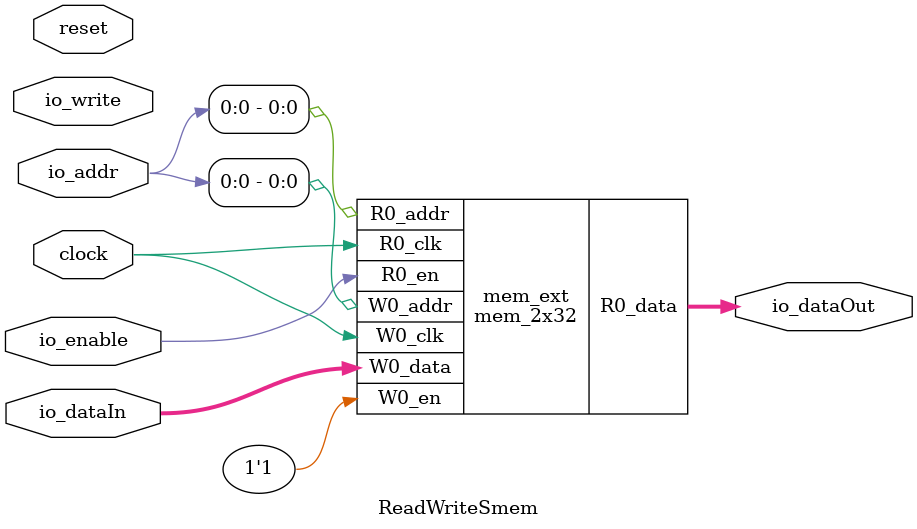
<source format=v>
module mem_2x32(
  input         R0_addr,
                R0_en,
                R0_clk,
                W0_addr,
                W0_en,
                W0_clk,
  input  [31:0] W0_data,
  output [31:0] R0_data
);

  reg [31:0] Memory[0:1];
  reg        _R0_en_d0;
  reg        _R0_addr_d0;
  always @(posedge R0_clk) begin
    _R0_en_d0 <= R0_en;
    _R0_addr_d0 <= R0_addr;
  end // always @(posedge)
  always @(posedge W0_clk) begin
    if (W0_en)
      Memory[W0_addr] <= W0_data;
  end // always @(posedge)
  assign R0_data = _R0_en_d0 ? Memory[_R0_addr_d0] : 32'bx;
endmodule

module ReadWriteSmem(
  input         clock,
                reset,
                io_enable,
                io_write,
  input  [9:0]  io_addr,
  input  [31:0] io_dataIn,
  output [31:0] io_dataOut
);

  mem_2x32 mem_ext (
    .R0_addr (io_addr[0]),
    .R0_en   (io_enable),
    .R0_clk  (clock),
    .W0_addr (io_addr[0]),
    .W0_en   (1'h1),
    .W0_clk  (clock),
    .W0_data (io_dataIn),
    .R0_data (io_dataOut)
  );
endmodule


</source>
